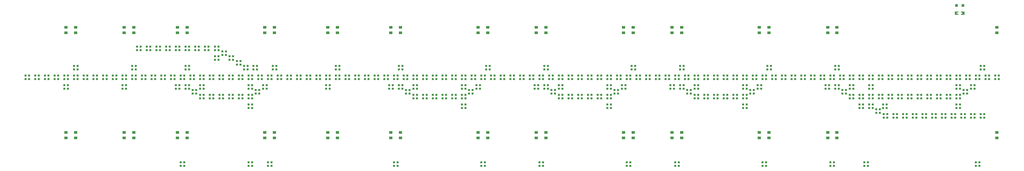
<source format=gtp>
G04 Layer: TopPasteMaskLayer*
G04 EasyEDA v6.5.32, 2023-07-25 17:33:38*
G04 0e047b32cf204c8d8061d642989ecc76,5a6b42c53f6a479593ecc07194224c93,10*
G04 Gerber Generator version 0.2*
G04 Scale: 100 percent, Rotated: No, Reflected: No *
G04 Dimensions in millimeters *
G04 leading zeros omitted , absolute positions ,4 integer and 5 decimal *
%FSLAX45Y45*%
%MOMM*%

%ADD10R,0.8000X0.8000*%
%ADD11R,0.5500X0.5500*%
%ADD12R,0.9000X0.8000*%

%LPD*%
G36*
X25731622Y20530108D02*
G01*
X25726593Y20525079D01*
X25726593Y20502321D01*
X25763575Y20502321D01*
X25763575Y20469301D01*
X25726593Y20469301D01*
X25726593Y20445120D01*
X25731622Y20440091D01*
X25811581Y20440091D01*
X25816610Y20445120D01*
X25816610Y20525079D01*
X25811581Y20530108D01*
G37*
G36*
X25572618Y20530108D02*
G01*
X25567589Y20525079D01*
X25567589Y20445120D01*
X25572618Y20440091D01*
X25651612Y20440091D01*
X25656590Y20445120D01*
X25656590Y20469301D01*
X25618592Y20469301D01*
X25618592Y20502321D01*
X25656590Y20502321D01*
X25656590Y20525079D01*
X25651612Y20530108D01*
G37*
D10*
G01*
X25777190Y20688300D03*
G01*
X25607009Y20688300D03*
D11*
G01*
X16462476Y18589523D03*
G01*
X16462476Y18494502D03*
G01*
X16557497Y18494502D03*
G01*
X16557497Y18589523D03*
G01*
X20018476Y18589523D03*
G01*
X20018476Y18494502D03*
G01*
X20113498Y18494502D03*
G01*
X20113498Y18589523D03*
G01*
X25606476Y18589523D03*
G01*
X25606476Y18494502D03*
G01*
X25701498Y18494502D03*
G01*
X25701498Y18589523D03*
G01*
X12652476Y18494502D03*
G01*
X12747497Y18494502D03*
G01*
X12747497Y18589523D03*
G01*
X12652476Y18589523D03*
G01*
X7064476Y18494502D03*
G01*
X7159497Y18494502D03*
G01*
X7159497Y18589523D03*
G01*
X7064476Y18589523D03*
D12*
G01*
X26670000Y20110602D03*
G01*
X26670000Y19970597D03*
G01*
X22237700Y20110602D03*
G01*
X22237700Y19970597D03*
G01*
X22479000Y20110602D03*
G01*
X22479000Y19970597D03*
G01*
X20447000Y20110602D03*
G01*
X20447000Y19970597D03*
G01*
X20701000Y20110602D03*
G01*
X20701000Y19970597D03*
G01*
X18161000Y20110602D03*
G01*
X18161000Y19970597D03*
G01*
X18415000Y20110602D03*
G01*
X18415000Y19970597D03*
G01*
X16891000Y20110602D03*
G01*
X16891000Y19970597D03*
G01*
X17145000Y20110602D03*
G01*
X17145000Y19970597D03*
G01*
X14605000Y20110602D03*
G01*
X14605000Y19970597D03*
G01*
X14859000Y20110602D03*
G01*
X14859000Y19970597D03*
G01*
X10795000Y20110602D03*
G01*
X10795000Y19970597D03*
G01*
X11049000Y20110602D03*
G01*
X11049000Y19970597D03*
G01*
X13081000Y20110602D03*
G01*
X13081000Y19970597D03*
G01*
X13335000Y20110602D03*
G01*
X13335000Y19970597D03*
G01*
X7493000Y20110602D03*
G01*
X7493000Y19970597D03*
G01*
X7747000Y20110602D03*
G01*
X7747000Y19970597D03*
G01*
X9144000Y20110602D03*
G01*
X9144000Y19970597D03*
G01*
X9398000Y20110602D03*
G01*
X9398000Y19970597D03*
G01*
X5461000Y20110602D03*
G01*
X5461000Y19970597D03*
G01*
X4064000Y20110602D03*
G01*
X4064000Y19970597D03*
G01*
X2540000Y20110602D03*
G01*
X2540000Y19970597D03*
G01*
X5207000Y20110602D03*
G01*
X5207000Y19970597D03*
G01*
X3810000Y20110602D03*
G01*
X3810000Y19970597D03*
G01*
X2286000Y20110602D03*
G01*
X2286000Y19970597D03*
D11*
G01*
X4651476Y19510502D03*
G01*
X4746497Y19510502D03*
G01*
X4746497Y19605523D03*
G01*
X4651476Y19605523D03*
G01*
X4397476Y19510502D03*
G01*
X4492497Y19510502D03*
G01*
X4492497Y19605523D03*
G01*
X4397476Y19605523D03*
G01*
X4143476Y19510502D03*
G01*
X4238497Y19510502D03*
G01*
X4238497Y19605523D03*
G01*
X4143476Y19605523D03*
G01*
X10874476Y16462502D03*
G01*
X10969497Y16462502D03*
G01*
X10969497Y16557523D03*
G01*
X10874476Y16557523D03*
G01*
X13160476Y16462502D03*
G01*
X13255497Y16462502D03*
G01*
X13255497Y16557523D03*
G01*
X13160476Y16557523D03*
G01*
X14684476Y16462502D03*
G01*
X14779497Y16462502D03*
G01*
X14779497Y16557523D03*
G01*
X14684476Y16557523D03*
G01*
X16970476Y16462502D03*
G01*
X17065498Y16462502D03*
G01*
X17065498Y16557523D03*
G01*
X16970476Y16557523D03*
G01*
X18240476Y16462502D03*
G01*
X18335498Y16462502D03*
G01*
X18335498Y16557523D03*
G01*
X18240476Y16557523D03*
G01*
X20526476Y16462502D03*
G01*
X20621498Y16462502D03*
G01*
X20621498Y16557523D03*
G01*
X20526476Y16557523D03*
G01*
X22304476Y16462502D03*
G01*
X22399498Y16462502D03*
G01*
X22399498Y16557523D03*
G01*
X22304476Y16557523D03*
G01*
X26114476Y16462502D03*
G01*
X26209498Y16462502D03*
G01*
X26209498Y16557523D03*
G01*
X26114476Y16557523D03*
G01*
X23193476Y16462502D03*
G01*
X23288498Y16462502D03*
G01*
X23288498Y16557523D03*
G01*
X23193476Y16557523D03*
G01*
X1222476Y18748502D03*
G01*
X1317497Y18748502D03*
G01*
X1317497Y18843523D03*
G01*
X1222476Y18843523D03*
G01*
X1476476Y18748502D03*
G01*
X1571497Y18748502D03*
G01*
X1571497Y18843523D03*
G01*
X1476476Y18843523D03*
G01*
X1730476Y18748502D03*
G01*
X1825497Y18748502D03*
G01*
X1825497Y18843523D03*
G01*
X1730476Y18843523D03*
G01*
X1984476Y18748502D03*
G01*
X2079497Y18748502D03*
G01*
X2079497Y18843523D03*
G01*
X1984476Y18843523D03*
G01*
X2238476Y18748502D03*
G01*
X2333497Y18748502D03*
G01*
X2333497Y18843523D03*
G01*
X2238476Y18843523D03*
G01*
X2492476Y19002502D03*
G01*
X2587497Y19002502D03*
G01*
X2587497Y19097523D03*
G01*
X2492476Y19097523D03*
G01*
X2238476Y18494502D03*
G01*
X2333497Y18494502D03*
G01*
X2333497Y18589523D03*
G01*
X2238476Y18589523D03*
G01*
X2492476Y18748502D03*
G01*
X2587497Y18748502D03*
G01*
X2587497Y18843523D03*
G01*
X2492476Y18843523D03*
G01*
X2746476Y18748502D03*
G01*
X2841497Y18748502D03*
G01*
X2841497Y18843523D03*
G01*
X2746476Y18843523D03*
G01*
X3000476Y18748502D03*
G01*
X3095497Y18748502D03*
G01*
X3095497Y18843523D03*
G01*
X3000476Y18843523D03*
G01*
X3254476Y18748502D03*
G01*
X3349497Y18748502D03*
G01*
X3349497Y18843523D03*
G01*
X3254476Y18843523D03*
G01*
X3508476Y18748502D03*
G01*
X3603497Y18748502D03*
G01*
X3603497Y18843523D03*
G01*
X3508476Y18843523D03*
G01*
X3762476Y18748502D03*
G01*
X3857497Y18748502D03*
G01*
X3857497Y18843523D03*
G01*
X3762476Y18843523D03*
G01*
X4016476Y18748502D03*
G01*
X4111497Y18748502D03*
G01*
X4111497Y18843523D03*
G01*
X4016476Y18843523D03*
G01*
X4016476Y19002502D03*
G01*
X4111497Y19002502D03*
G01*
X4111497Y19097523D03*
G01*
X4016476Y19097523D03*
G01*
X3762476Y18494502D03*
G01*
X3857497Y18494502D03*
G01*
X3857497Y18589523D03*
G01*
X3762476Y18589523D03*
G01*
X4270476Y18748502D03*
G01*
X4365497Y18748502D03*
G01*
X4365497Y18843523D03*
G01*
X4270476Y18843523D03*
G01*
X4524476Y18748502D03*
G01*
X4619497Y18748502D03*
G01*
X4619497Y18843523D03*
G01*
X4524476Y18843523D03*
G01*
X4778476Y18748502D03*
G01*
X4873497Y18748502D03*
G01*
X4873497Y18843523D03*
G01*
X4778476Y18843523D03*
G01*
X5540476Y18748502D03*
G01*
X5635497Y18748502D03*
G01*
X5635497Y18843523D03*
G01*
X5540476Y18843523D03*
G01*
X5794476Y18748502D03*
G01*
X5889497Y18748502D03*
G01*
X5889497Y18843523D03*
G01*
X5794476Y18843523D03*
G01*
X6048476Y18748502D03*
G01*
X6143497Y18748502D03*
G01*
X6143497Y18843523D03*
G01*
X6048476Y18843523D03*
G01*
X6810476Y18748502D03*
G01*
X6905497Y18748502D03*
G01*
X6905497Y18843523D03*
G01*
X6810476Y18843523D03*
G01*
X6759676Y19129502D03*
G01*
X6854697Y19129502D03*
G01*
X6854697Y19224523D03*
G01*
X6759676Y19224523D03*
G01*
X6950176Y19002502D03*
G01*
X7045197Y19002502D03*
G01*
X7045197Y19097523D03*
G01*
X6950176Y19097523D03*
G01*
X6569176Y19256502D03*
G01*
X6664197Y19256502D03*
G01*
X6664197Y19351523D03*
G01*
X6569176Y19351523D03*
G01*
X5032476Y18748502D03*
G01*
X5127497Y18748502D03*
G01*
X5127497Y18843523D03*
G01*
X5032476Y18843523D03*
G01*
X5286476Y18748502D03*
G01*
X5381497Y18748502D03*
G01*
X5381497Y18843523D03*
G01*
X5286476Y18843523D03*
G01*
X5413476Y18494502D03*
G01*
X5508497Y18494502D03*
G01*
X5508497Y18589523D03*
G01*
X5413476Y18589523D03*
G01*
X5794476Y18240502D03*
G01*
X5889497Y18240502D03*
G01*
X5889497Y18335523D03*
G01*
X5794476Y18335523D03*
G01*
X5603976Y18367502D03*
G01*
X5698997Y18367502D03*
G01*
X5698997Y18462523D03*
G01*
X5603976Y18462523D03*
G01*
X6048476Y18240502D03*
G01*
X6143497Y18240502D03*
G01*
X6143497Y18335523D03*
G01*
X6048476Y18335523D03*
G01*
X6302476Y18240502D03*
G01*
X6397497Y18240502D03*
G01*
X6397497Y18335523D03*
G01*
X6302476Y18335523D03*
G01*
X6556476Y18240502D03*
G01*
X6651497Y18240502D03*
G01*
X6651497Y18335523D03*
G01*
X6556476Y18335523D03*
G01*
X6810476Y18240502D03*
G01*
X6905497Y18240502D03*
G01*
X6905497Y18335523D03*
G01*
X6810476Y18335523D03*
G01*
X7064476Y18240502D03*
G01*
X7159497Y18240502D03*
G01*
X7159497Y18335523D03*
G01*
X7064476Y18335523D03*
G01*
X6556476Y18748502D03*
G01*
X6651497Y18748502D03*
G01*
X6651497Y18843523D03*
G01*
X6556476Y18843523D03*
G01*
X6302476Y18748502D03*
G01*
X6397497Y18748502D03*
G01*
X6397497Y18843523D03*
G01*
X6302476Y18843523D03*
G01*
X7445476Y18494502D03*
G01*
X7540497Y18494502D03*
G01*
X7540497Y18589523D03*
G01*
X7445476Y18589523D03*
G01*
X7254976Y18367502D03*
G01*
X7349997Y18367502D03*
G01*
X7349997Y18462523D03*
G01*
X7254976Y18462523D03*
G01*
X7064476Y18748502D03*
G01*
X7159497Y18748502D03*
G01*
X7159497Y18843523D03*
G01*
X7064476Y18843523D03*
G01*
X7318476Y18748502D03*
G01*
X7413497Y18748502D03*
G01*
X7413497Y18843523D03*
G01*
X7318476Y18843523D03*
G01*
X7572476Y18748502D03*
G01*
X7667497Y18748502D03*
G01*
X7667497Y18843523D03*
G01*
X7572476Y18843523D03*
G01*
X7826476Y18748502D03*
G01*
X7921497Y18748502D03*
G01*
X7921497Y18843523D03*
G01*
X7826476Y18843523D03*
G01*
X6378676Y19383502D03*
G01*
X6473697Y19383502D03*
G01*
X6473697Y19478523D03*
G01*
X6378676Y19478523D03*
G01*
X6188176Y19510502D03*
G01*
X6283197Y19510502D03*
G01*
X6283197Y19605523D03*
G01*
X6188176Y19605523D03*
G01*
X5921476Y19510502D03*
G01*
X6016497Y19510502D03*
G01*
X6016497Y19605523D03*
G01*
X5921476Y19605523D03*
G01*
X5667476Y19510502D03*
G01*
X5762497Y19510502D03*
G01*
X5762497Y19605523D03*
G01*
X5667476Y19605523D03*
G01*
X5413476Y19510502D03*
G01*
X5508497Y19510502D03*
G01*
X5508497Y19605523D03*
G01*
X5413476Y19605523D03*
G01*
X5159476Y19510502D03*
G01*
X5254497Y19510502D03*
G01*
X5254497Y19605523D03*
G01*
X5159476Y19605523D03*
G01*
X4905476Y19510502D03*
G01*
X5000497Y19510502D03*
G01*
X5000497Y19605523D03*
G01*
X4905476Y19605523D03*
G01*
X5159476Y18494502D03*
G01*
X5254497Y18494502D03*
G01*
X5254497Y18589523D03*
G01*
X5159476Y18589523D03*
G01*
X7699476Y19002502D03*
G01*
X7794497Y19002502D03*
G01*
X7794497Y19097523D03*
G01*
X7699476Y19097523D03*
G01*
X5413476Y19002502D03*
G01*
X5508497Y19002502D03*
G01*
X5508497Y19097523D03*
G01*
X5413476Y19097523D03*
G01*
X9604476Y18748502D03*
G01*
X9699497Y18748502D03*
G01*
X9699497Y18843523D03*
G01*
X9604476Y18843523D03*
G01*
X9096476Y18494502D03*
G01*
X9191497Y18494502D03*
G01*
X9191497Y18589523D03*
G01*
X9096476Y18589523D03*
G01*
X9350476Y19002502D03*
G01*
X9445497Y19002502D03*
G01*
X9445497Y19097523D03*
G01*
X9350476Y19097523D03*
G01*
X9350476Y18748502D03*
G01*
X9445497Y18748502D03*
G01*
X9445497Y18843523D03*
G01*
X9350476Y18843523D03*
G01*
X9096476Y18748502D03*
G01*
X9191497Y18748502D03*
G01*
X9191497Y18843523D03*
G01*
X9096476Y18843523D03*
G01*
X8842476Y18748502D03*
G01*
X8937497Y18748502D03*
G01*
X8937497Y18843523D03*
G01*
X8842476Y18843523D03*
G01*
X8588476Y18748502D03*
G01*
X8683497Y18748502D03*
G01*
X8683497Y18843523D03*
G01*
X8588476Y18843523D03*
G01*
X8334476Y18748502D03*
G01*
X8429497Y18748502D03*
G01*
X8429497Y18843523D03*
G01*
X8334476Y18843523D03*
G01*
X8080476Y18748502D03*
G01*
X8175497Y18748502D03*
G01*
X8175497Y18843523D03*
G01*
X8080476Y18843523D03*
G01*
X9858476Y18748502D03*
G01*
X9953497Y18748502D03*
G01*
X9953497Y18843523D03*
G01*
X9858476Y18843523D03*
G01*
X10112476Y18748502D03*
G01*
X10207497Y18748502D03*
G01*
X10207497Y18843523D03*
G01*
X10112476Y18843523D03*
G01*
X10366476Y18748502D03*
G01*
X10461497Y18748502D03*
G01*
X10461497Y18843523D03*
G01*
X10366476Y18843523D03*
G01*
X13668476Y18748502D03*
G01*
X13763497Y18748502D03*
G01*
X13763497Y18843523D03*
G01*
X13668476Y18843523D03*
G01*
X11001476Y19002502D03*
G01*
X11096497Y19002502D03*
G01*
X11096497Y19097523D03*
G01*
X11001476Y19097523D03*
G01*
X13287476Y19002502D03*
G01*
X13382497Y19002502D03*
G01*
X13382497Y19097523D03*
G01*
X13287476Y19097523D03*
G01*
X10747476Y18494502D03*
G01*
X10842497Y18494502D03*
G01*
X10842497Y18589523D03*
G01*
X10747476Y18589523D03*
G01*
X13414476Y18748502D03*
G01*
X13509497Y18748502D03*
G01*
X13509497Y18843523D03*
G01*
X13414476Y18843523D03*
G01*
X13160476Y18748502D03*
G01*
X13255497Y18748502D03*
G01*
X13255497Y18843523D03*
G01*
X13160476Y18843523D03*
G01*
X12906476Y18748502D03*
G01*
X13001497Y18748502D03*
G01*
X13001497Y18843523D03*
G01*
X12906476Y18843523D03*
G01*
X12652476Y18748502D03*
G01*
X12747497Y18748502D03*
G01*
X12747497Y18843523D03*
G01*
X12652476Y18843523D03*
G01*
X12842976Y18367502D03*
G01*
X12937997Y18367502D03*
G01*
X12937997Y18462523D03*
G01*
X12842976Y18462523D03*
G01*
X13033476Y18494502D03*
G01*
X13128497Y18494502D03*
G01*
X13128497Y18589523D03*
G01*
X13033476Y18589523D03*
G01*
X11890476Y18748502D03*
G01*
X11985497Y18748502D03*
G01*
X11985497Y18843523D03*
G01*
X11890476Y18843523D03*
G01*
X12144476Y18748502D03*
G01*
X12239497Y18748502D03*
G01*
X12239497Y18843523D03*
G01*
X12144476Y18843523D03*
G01*
X12652476Y18240502D03*
G01*
X12747497Y18240502D03*
G01*
X12747497Y18335523D03*
G01*
X12652476Y18335523D03*
G01*
X12398476Y18240502D03*
G01*
X12493497Y18240502D03*
G01*
X12493497Y18335523D03*
G01*
X12398476Y18335523D03*
G01*
X12144476Y18240502D03*
G01*
X12239497Y18240502D03*
G01*
X12239497Y18335523D03*
G01*
X12144476Y18335523D03*
G01*
X11890476Y18240502D03*
G01*
X11985497Y18240502D03*
G01*
X11985497Y18335523D03*
G01*
X11890476Y18335523D03*
G01*
X11636476Y18240502D03*
G01*
X11731497Y18240502D03*
G01*
X11731497Y18335523D03*
G01*
X11636476Y18335523D03*
G01*
X11191976Y18367502D03*
G01*
X11286997Y18367502D03*
G01*
X11286997Y18462523D03*
G01*
X11191976Y18462523D03*
G01*
X11382476Y18240502D03*
G01*
X11477497Y18240502D03*
G01*
X11477497Y18335523D03*
G01*
X11382476Y18335523D03*
G01*
X11001476Y18494502D03*
G01*
X11096497Y18494502D03*
G01*
X11096497Y18589523D03*
G01*
X11001476Y18589523D03*
G01*
X10874476Y18748502D03*
G01*
X10969497Y18748502D03*
G01*
X10969497Y18843523D03*
G01*
X10874476Y18843523D03*
G01*
X10620476Y18748502D03*
G01*
X10715497Y18748502D03*
G01*
X10715497Y18843523D03*
G01*
X10620476Y18843523D03*
G01*
X12398476Y18748502D03*
G01*
X12493497Y18748502D03*
G01*
X12493497Y18843523D03*
G01*
X12398476Y18843523D03*
G01*
X11636476Y18748502D03*
G01*
X11731497Y18748502D03*
G01*
X11731497Y18843523D03*
G01*
X11636476Y18843523D03*
G01*
X11382476Y18748502D03*
G01*
X11477497Y18748502D03*
G01*
X11477497Y18843523D03*
G01*
X11382476Y18843523D03*
G01*
X11128476Y18748502D03*
G01*
X11223497Y18748502D03*
G01*
X11223497Y18843523D03*
G01*
X11128476Y18843523D03*
G01*
X13922476Y18748502D03*
G01*
X14017497Y18748502D03*
G01*
X14017497Y18843523D03*
G01*
X13922476Y18843523D03*
G01*
X14176476Y18748502D03*
G01*
X14271497Y18748502D03*
G01*
X14271497Y18843523D03*
G01*
X14176476Y18843523D03*
G01*
X14430476Y18748502D03*
G01*
X14525497Y18748502D03*
G01*
X14525497Y18843523D03*
G01*
X14430476Y18843523D03*
G01*
X14938476Y18748502D03*
G01*
X15033497Y18748502D03*
G01*
X15033497Y18843523D03*
G01*
X14938476Y18843523D03*
G01*
X15192476Y18748502D03*
G01*
X15287497Y18748502D03*
G01*
X15287497Y18843523D03*
G01*
X15192476Y18843523D03*
G01*
X15446476Y18748502D03*
G01*
X15541497Y18748502D03*
G01*
X15541497Y18843523D03*
G01*
X15446476Y18843523D03*
G01*
X16208476Y18748502D03*
G01*
X16303497Y18748502D03*
G01*
X16303497Y18843523D03*
G01*
X16208476Y18843523D03*
G01*
X14684476Y18748502D03*
G01*
X14779497Y18748502D03*
G01*
X14779497Y18843523D03*
G01*
X14684476Y18843523D03*
G01*
X14811476Y18494502D03*
G01*
X14906497Y18494502D03*
G01*
X14906497Y18589523D03*
G01*
X14811476Y18589523D03*
G01*
X15192476Y18240502D03*
G01*
X15287497Y18240502D03*
G01*
X15287497Y18335523D03*
G01*
X15192476Y18335523D03*
G01*
X15001976Y18367502D03*
G01*
X15096997Y18367502D03*
G01*
X15096997Y18462523D03*
G01*
X15001976Y18462523D03*
G01*
X15446476Y18240502D03*
G01*
X15541497Y18240502D03*
G01*
X15541497Y18335523D03*
G01*
X15446476Y18335523D03*
G01*
X15700476Y18240502D03*
G01*
X15795497Y18240502D03*
G01*
X15795497Y18335523D03*
G01*
X15700476Y18335523D03*
G01*
X15954476Y18240502D03*
G01*
X16049497Y18240502D03*
G01*
X16049497Y18335523D03*
G01*
X15954476Y18335523D03*
G01*
X16208476Y18240502D03*
G01*
X16303497Y18240502D03*
G01*
X16303497Y18335523D03*
G01*
X16208476Y18335523D03*
G01*
X16462476Y18240502D03*
G01*
X16557497Y18240502D03*
G01*
X16557497Y18335523D03*
G01*
X16462476Y18335523D03*
G01*
X15954476Y18748502D03*
G01*
X16049497Y18748502D03*
G01*
X16049497Y18843523D03*
G01*
X15954476Y18843523D03*
G01*
X15700476Y18748502D03*
G01*
X15795497Y18748502D03*
G01*
X15795497Y18843523D03*
G01*
X15700476Y18843523D03*
G01*
X16843476Y18494502D03*
G01*
X16938498Y18494502D03*
G01*
X16938498Y18589523D03*
G01*
X16843476Y18589523D03*
G01*
X16652976Y18367502D03*
G01*
X16747997Y18367502D03*
G01*
X16747997Y18462523D03*
G01*
X16652976Y18462523D03*
G01*
X16462476Y18748502D03*
G01*
X16557497Y18748502D03*
G01*
X16557497Y18843523D03*
G01*
X16462476Y18843523D03*
G01*
X16716476Y18748502D03*
G01*
X16811498Y18748502D03*
G01*
X16811498Y18843523D03*
G01*
X16716476Y18843523D03*
G01*
X16970476Y18748502D03*
G01*
X17065498Y18748502D03*
G01*
X17065498Y18843523D03*
G01*
X16970476Y18843523D03*
G01*
X14557476Y18494502D03*
G01*
X14652497Y18494502D03*
G01*
X14652497Y18589523D03*
G01*
X14557476Y18589523D03*
G01*
X17097476Y19002502D03*
G01*
X17192498Y19002502D03*
G01*
X17192498Y19097523D03*
G01*
X17097476Y19097523D03*
G01*
X14811476Y19002502D03*
G01*
X14906497Y19002502D03*
G01*
X14906497Y19097523D03*
G01*
X14811476Y19097523D03*
G01*
X18367476Y19002502D03*
G01*
X18462498Y19002502D03*
G01*
X18462498Y19097523D03*
G01*
X18367476Y19097523D03*
G01*
X18113476Y18494502D03*
G01*
X18208498Y18494502D03*
G01*
X18208498Y18589523D03*
G01*
X18113476Y18589523D03*
G01*
X20526476Y18748502D03*
G01*
X20621498Y18748502D03*
G01*
X20621498Y18843523D03*
G01*
X20526476Y18843523D03*
G01*
X20272476Y18748502D03*
G01*
X20367498Y18748502D03*
G01*
X20367498Y18843523D03*
G01*
X20272476Y18843523D03*
G01*
X20018476Y18748502D03*
G01*
X20113498Y18748502D03*
G01*
X20113498Y18843523D03*
G01*
X20018476Y18843523D03*
G01*
X20208976Y18367502D03*
G01*
X20303998Y18367502D03*
G01*
X20303998Y18462523D03*
G01*
X20208976Y18462523D03*
G01*
X20399476Y18494502D03*
G01*
X20494498Y18494502D03*
G01*
X20494498Y18589523D03*
G01*
X20399476Y18589523D03*
G01*
X19256476Y18748502D03*
G01*
X19351498Y18748502D03*
G01*
X19351498Y18843523D03*
G01*
X19256476Y18843523D03*
G01*
X19510476Y18748502D03*
G01*
X19605498Y18748502D03*
G01*
X19605498Y18843523D03*
G01*
X19510476Y18843523D03*
G01*
X20018476Y18240502D03*
G01*
X20113498Y18240502D03*
G01*
X20113498Y18335523D03*
G01*
X20018476Y18335523D03*
G01*
X19764476Y18240502D03*
G01*
X19859498Y18240502D03*
G01*
X19859498Y18335523D03*
G01*
X19764476Y18335523D03*
G01*
X19510476Y18240502D03*
G01*
X19605498Y18240502D03*
G01*
X19605498Y18335523D03*
G01*
X19510476Y18335523D03*
G01*
X19256476Y18240502D03*
G01*
X19351498Y18240502D03*
G01*
X19351498Y18335523D03*
G01*
X19256476Y18335523D03*
G01*
X19002476Y18240502D03*
G01*
X19097498Y18240502D03*
G01*
X19097498Y18335523D03*
G01*
X19002476Y18335523D03*
G01*
X18557976Y18367502D03*
G01*
X18652998Y18367502D03*
G01*
X18652998Y18462523D03*
G01*
X18557976Y18462523D03*
G01*
X18748476Y18240502D03*
G01*
X18843498Y18240502D03*
G01*
X18843498Y18335523D03*
G01*
X18748476Y18335523D03*
G01*
X18367476Y18494502D03*
G01*
X18462498Y18494502D03*
G01*
X18462498Y18589523D03*
G01*
X18367476Y18589523D03*
G01*
X18240476Y18748502D03*
G01*
X18335498Y18748502D03*
G01*
X18335498Y18843523D03*
G01*
X18240476Y18843523D03*
G01*
X19764476Y18748502D03*
G01*
X19859498Y18748502D03*
G01*
X19859498Y18843523D03*
G01*
X19764476Y18843523D03*
G01*
X19002476Y18748502D03*
G01*
X19097498Y18748502D03*
G01*
X19097498Y18843523D03*
G01*
X19002476Y18843523D03*
G01*
X18748476Y18748502D03*
G01*
X18843498Y18748502D03*
G01*
X18843498Y18843523D03*
G01*
X18748476Y18843523D03*
G01*
X18494476Y18748502D03*
G01*
X18589498Y18748502D03*
G01*
X18589498Y18843523D03*
G01*
X18494476Y18843523D03*
G01*
X17986476Y18748502D03*
G01*
X18081498Y18748502D03*
G01*
X18081498Y18843523D03*
G01*
X17986476Y18843523D03*
G01*
X17732476Y18748502D03*
G01*
X17827498Y18748502D03*
G01*
X17827498Y18843523D03*
G01*
X17732476Y18843523D03*
G01*
X17224476Y18748502D03*
G01*
X17319498Y18748502D03*
G01*
X17319498Y18843523D03*
G01*
X17224476Y18843523D03*
G01*
X17478476Y18748502D03*
G01*
X17573498Y18748502D03*
G01*
X17573498Y18843523D03*
G01*
X17478476Y18843523D03*
G01*
X5286476Y16462502D03*
G01*
X5381497Y16462502D03*
G01*
X5381497Y16557523D03*
G01*
X5286476Y16557523D03*
G01*
X7064476Y16462502D03*
G01*
X7159497Y16462502D03*
G01*
X7159497Y16557523D03*
G01*
X7064476Y16557523D03*
G01*
X7572476Y16462502D03*
G01*
X7667497Y16462502D03*
G01*
X7667497Y16557523D03*
G01*
X7572476Y16557523D03*
G01*
X21288476Y18748502D03*
G01*
X21383498Y18748502D03*
G01*
X21383498Y18843523D03*
G01*
X21288476Y18843523D03*
G01*
X21034476Y18748502D03*
G01*
X21129498Y18748502D03*
G01*
X21129498Y18843523D03*
G01*
X21034476Y18843523D03*
G01*
X21542476Y18748502D03*
G01*
X21637498Y18748502D03*
G01*
X21637498Y18843523D03*
G01*
X21542476Y18843523D03*
G01*
X21796476Y18748502D03*
G01*
X21891498Y18748502D03*
G01*
X21891498Y18843523D03*
G01*
X21796476Y18843523D03*
G01*
X22050476Y18748502D03*
G01*
X22145498Y18748502D03*
G01*
X22145498Y18843523D03*
G01*
X22050476Y18843523D03*
G01*
X22558476Y18748502D03*
G01*
X22653498Y18748502D03*
G01*
X22653498Y18843523D03*
G01*
X22558476Y18843523D03*
G01*
X22812476Y18748502D03*
G01*
X22907498Y18748502D03*
G01*
X22907498Y18843523D03*
G01*
X22812476Y18843523D03*
G01*
X24590476Y18748502D03*
G01*
X24685498Y18748502D03*
G01*
X24685498Y18843523D03*
G01*
X24590476Y18843523D03*
G01*
X25352476Y18748502D03*
G01*
X25447498Y18748502D03*
G01*
X25447498Y18843523D03*
G01*
X25352476Y18843523D03*
G01*
X22304476Y18748502D03*
G01*
X22399498Y18748502D03*
G01*
X22399498Y18843523D03*
G01*
X22304476Y18843523D03*
G01*
X22431476Y18494502D03*
G01*
X22526498Y18494502D03*
G01*
X22526498Y18589523D03*
G01*
X22431476Y18589523D03*
G01*
X22812476Y18240502D03*
G01*
X22907498Y18240502D03*
G01*
X22907498Y18335523D03*
G01*
X22812476Y18335523D03*
G01*
X22621976Y18367502D03*
G01*
X22716998Y18367502D03*
G01*
X22716998Y18462523D03*
G01*
X22621976Y18462523D03*
G01*
X24590476Y18240502D03*
G01*
X24685498Y18240502D03*
G01*
X24685498Y18335523D03*
G01*
X24590476Y18335523D03*
G01*
X24844476Y18240502D03*
G01*
X24939498Y18240502D03*
G01*
X24939498Y18335523D03*
G01*
X24844476Y18335523D03*
G01*
X25098476Y18240502D03*
G01*
X25193498Y18240502D03*
G01*
X25193498Y18335523D03*
G01*
X25098476Y18335523D03*
G01*
X25352476Y18240502D03*
G01*
X25447498Y18240502D03*
G01*
X25447498Y18335523D03*
G01*
X25352476Y18335523D03*
G01*
X25606476Y18240502D03*
G01*
X25701498Y18240502D03*
G01*
X25701498Y18335523D03*
G01*
X25606476Y18335523D03*
G01*
X25098476Y18748502D03*
G01*
X25193498Y18748502D03*
G01*
X25193498Y18843523D03*
G01*
X25098476Y18843523D03*
G01*
X24844476Y18748502D03*
G01*
X24939498Y18748502D03*
G01*
X24939498Y18843523D03*
G01*
X24844476Y18843523D03*
G01*
X25987476Y18494502D03*
G01*
X26082498Y18494502D03*
G01*
X26082498Y18589523D03*
G01*
X25987476Y18589523D03*
G01*
X25796976Y18367502D03*
G01*
X25891998Y18367502D03*
G01*
X25891998Y18462523D03*
G01*
X25796976Y18462523D03*
G01*
X25606476Y18748502D03*
G01*
X25701498Y18748502D03*
G01*
X25701498Y18843523D03*
G01*
X25606476Y18843523D03*
G01*
X25860476Y18748502D03*
G01*
X25955498Y18748502D03*
G01*
X25955498Y18843523D03*
G01*
X25860476Y18843523D03*
G01*
X26114476Y18748502D03*
G01*
X26209498Y18748502D03*
G01*
X26209498Y18843523D03*
G01*
X26114476Y18843523D03*
G01*
X22177476Y18494502D03*
G01*
X22272498Y18494502D03*
G01*
X22272498Y18589523D03*
G01*
X22177476Y18589523D03*
G01*
X26241476Y19002502D03*
G01*
X26336498Y19002502D03*
G01*
X26336498Y19097523D03*
G01*
X26241476Y19097523D03*
G01*
X22431476Y19002502D03*
G01*
X22526498Y19002502D03*
G01*
X22526498Y19097523D03*
G01*
X22431476Y19097523D03*
G01*
X20653476Y19002502D03*
G01*
X20748498Y19002502D03*
G01*
X20748498Y19097523D03*
G01*
X20653476Y19097523D03*
G01*
X23828476Y18240502D03*
G01*
X23923498Y18240502D03*
G01*
X23923498Y18335523D03*
G01*
X23828476Y18335523D03*
G01*
X23574476Y18240502D03*
G01*
X23669498Y18240502D03*
G01*
X23669498Y18335523D03*
G01*
X23574476Y18335523D03*
G01*
X23320476Y18240502D03*
G01*
X23415498Y18240502D03*
G01*
X23415498Y18335523D03*
G01*
X23320476Y18335523D03*
G01*
X23066476Y18240502D03*
G01*
X23161498Y18240502D03*
G01*
X23161498Y18335523D03*
G01*
X23066476Y18335523D03*
G01*
X23955476Y17732502D03*
G01*
X24050498Y17732502D03*
G01*
X24050498Y17827523D03*
G01*
X23955476Y17827523D03*
G01*
X24209476Y17732502D03*
G01*
X24304498Y17732502D03*
G01*
X24304498Y17827523D03*
G01*
X24209476Y17827523D03*
G01*
X24463476Y17732502D03*
G01*
X24558498Y17732502D03*
G01*
X24558498Y17827523D03*
G01*
X24463476Y17827523D03*
G01*
X24717476Y17732502D03*
G01*
X24812498Y17732502D03*
G01*
X24812498Y17827523D03*
G01*
X24717476Y17827523D03*
G01*
X23066476Y17986502D03*
G01*
X23161498Y17986502D03*
G01*
X23161498Y18081523D03*
G01*
X23066476Y18081523D03*
G01*
X23510976Y17859502D03*
G01*
X23605998Y17859502D03*
G01*
X23605998Y17954523D03*
G01*
X23510976Y17954523D03*
G01*
X23701476Y17732502D03*
G01*
X23796498Y17732502D03*
G01*
X23796498Y17827523D03*
G01*
X23701476Y17827523D03*
G01*
X23320476Y17986502D03*
G01*
X23415498Y17986502D03*
G01*
X23415498Y18081523D03*
G01*
X23320476Y18081523D03*
G01*
X24336476Y18748502D03*
G01*
X24431498Y18748502D03*
G01*
X24431498Y18843523D03*
G01*
X24336476Y18843523D03*
G01*
X24082476Y18748502D03*
G01*
X24177498Y18748502D03*
G01*
X24177498Y18843523D03*
G01*
X24082476Y18843523D03*
G01*
X23320476Y18748502D03*
G01*
X23415498Y18748502D03*
G01*
X23415498Y18843523D03*
G01*
X23320476Y18843523D03*
G01*
X23574476Y18748502D03*
G01*
X23669498Y18748502D03*
G01*
X23669498Y18843523D03*
G01*
X23574476Y18843523D03*
G01*
X23828476Y18748502D03*
G01*
X23923498Y18748502D03*
G01*
X23923498Y18843523D03*
G01*
X23828476Y18843523D03*
G01*
X23066476Y18748502D03*
G01*
X23161498Y18748502D03*
G01*
X23161498Y18843523D03*
G01*
X23066476Y18843523D03*
G01*
X23320476Y18494502D03*
G01*
X23415498Y18494502D03*
G01*
X23415498Y18589523D03*
G01*
X23320476Y18589523D03*
G01*
X26368476Y18748502D03*
G01*
X26463498Y18748502D03*
G01*
X26463498Y18843523D03*
G01*
X26368476Y18843523D03*
G01*
X26622476Y18748502D03*
G01*
X26717498Y18748502D03*
G01*
X26717498Y18843523D03*
G01*
X26622476Y18843523D03*
G01*
X20780476Y18748502D03*
G01*
X20875498Y18748502D03*
G01*
X20875498Y18843523D03*
G01*
X20780476Y18843523D03*
G01*
X24082476Y18240502D03*
G01*
X24177498Y18240502D03*
G01*
X24177498Y18335523D03*
G01*
X24082476Y18335523D03*
G01*
X24336476Y18240502D03*
G01*
X24431498Y18240502D03*
G01*
X24431498Y18335523D03*
G01*
X24336476Y18335523D03*
G01*
X24971476Y17732502D03*
G01*
X25066498Y17732502D03*
G01*
X25066498Y17827523D03*
G01*
X24971476Y17827523D03*
G01*
X26241476Y17732502D03*
G01*
X26336498Y17732502D03*
G01*
X26336498Y17827523D03*
G01*
X26241476Y17827523D03*
G01*
X25987476Y17732502D03*
G01*
X26082498Y17732502D03*
G01*
X26082498Y17827523D03*
G01*
X25987476Y17827523D03*
G01*
X25733476Y17732502D03*
G01*
X25828498Y17732502D03*
G01*
X25828498Y17827523D03*
G01*
X25733476Y17827523D03*
G01*
X25479476Y17732502D03*
G01*
X25574498Y17732502D03*
G01*
X25574498Y17827523D03*
G01*
X25479476Y17827523D03*
G01*
X25225476Y17732502D03*
G01*
X25320498Y17732502D03*
G01*
X25320498Y17827523D03*
G01*
X25225476Y17827523D03*
G01*
X5794476Y18494502D03*
G01*
X5889497Y18494502D03*
G01*
X5889497Y18589523D03*
G01*
X5794476Y18589523D03*
G01*
X7191476Y19002502D03*
G01*
X7286497Y19002502D03*
G01*
X7286497Y19097523D03*
G01*
X7191476Y19097523D03*
G01*
X6188176Y19256502D03*
G01*
X6283197Y19256502D03*
G01*
X6283197Y19351523D03*
G01*
X6188176Y19351523D03*
G01*
X7064476Y17986502D03*
G01*
X7159497Y17986502D03*
G01*
X7159497Y18081523D03*
G01*
X7064476Y18081523D03*
G01*
X11382476Y18494502D03*
G01*
X11477497Y18494502D03*
G01*
X11477497Y18589523D03*
G01*
X11382476Y18589523D03*
G01*
X12652476Y17986502D03*
G01*
X12747497Y17986502D03*
G01*
X12747497Y18081523D03*
G01*
X12652476Y18081523D03*
G01*
X15192476Y18494502D03*
G01*
X15287497Y18494502D03*
G01*
X15287497Y18589523D03*
G01*
X15192476Y18589523D03*
G01*
X16462476Y17986502D03*
G01*
X16557497Y17986502D03*
G01*
X16557497Y18081523D03*
G01*
X16462476Y18081523D03*
G01*
X18748476Y18494502D03*
G01*
X18843498Y18494502D03*
G01*
X18843498Y18589523D03*
G01*
X18748476Y18589523D03*
G01*
X20018476Y17986502D03*
G01*
X20113498Y17986502D03*
G01*
X20113498Y18081523D03*
G01*
X20018476Y18081523D03*
G01*
X23688776Y17986502D03*
G01*
X23783798Y17986502D03*
G01*
X23783798Y18081523D03*
G01*
X23688776Y18081523D03*
G01*
X22812476Y18494502D03*
G01*
X22907498Y18494502D03*
G01*
X22907498Y18589523D03*
G01*
X22812476Y18589523D03*
G01*
X25606476Y17986502D03*
G01*
X25701498Y17986502D03*
G01*
X25701498Y18081523D03*
G01*
X25606476Y18081523D03*
D12*
G01*
X2286000Y17201997D03*
G01*
X2286000Y17342002D03*
G01*
X3810000Y17201997D03*
G01*
X3810000Y17342002D03*
G01*
X5207000Y17201997D03*
G01*
X5207000Y17342002D03*
G01*
X2540000Y17201997D03*
G01*
X2540000Y17342002D03*
G01*
X4064000Y17201997D03*
G01*
X4064000Y17342002D03*
G01*
X5461000Y17201997D03*
G01*
X5461000Y17342002D03*
G01*
X7493000Y17201997D03*
G01*
X7493000Y17342002D03*
G01*
X7747000Y17201997D03*
G01*
X7747000Y17342002D03*
G01*
X9144000Y17201997D03*
G01*
X9144000Y17342002D03*
G01*
X9398000Y17201997D03*
G01*
X9398000Y17342002D03*
G01*
X10795000Y17201997D03*
G01*
X10795000Y17342002D03*
G01*
X11049000Y17201997D03*
G01*
X11049000Y17342002D03*
G01*
X13081000Y17201997D03*
G01*
X13081000Y17342002D03*
G01*
X13335000Y17201997D03*
G01*
X13335000Y17342002D03*
G01*
X14605000Y17201997D03*
G01*
X14605000Y17342002D03*
G01*
X14859000Y17201997D03*
G01*
X14859000Y17342002D03*
G01*
X16891000Y17201997D03*
G01*
X16891000Y17342002D03*
G01*
X17145000Y17201997D03*
G01*
X17145000Y17342002D03*
G01*
X18161000Y17201997D03*
G01*
X18161000Y17342002D03*
G01*
X18415000Y17201997D03*
G01*
X18415000Y17342002D03*
G01*
X20447000Y17201997D03*
G01*
X20447000Y17342002D03*
G01*
X20701000Y17201997D03*
G01*
X20701000Y17342002D03*
G01*
X22237700Y17201997D03*
G01*
X22237700Y17342002D03*
G01*
X22479000Y17201997D03*
G01*
X22479000Y17342002D03*
G01*
X26670000Y17201997D03*
G01*
X26670000Y17342002D03*
M02*

</source>
